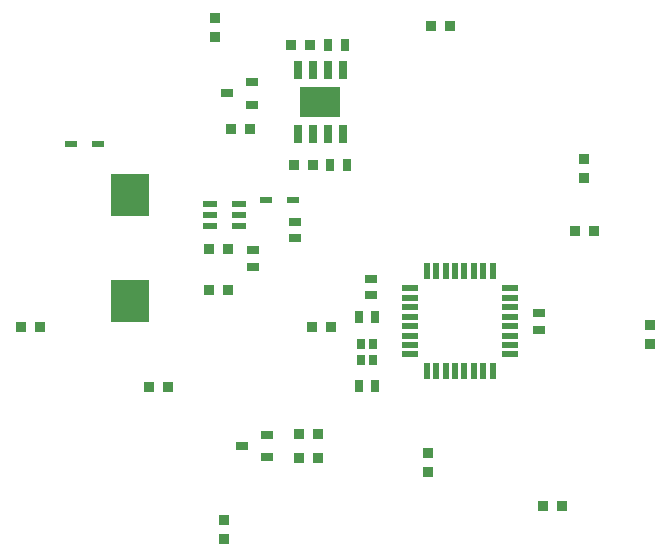
<source format=gtp>
G04 Layer_Color=8421504*
%FSLAX24Y24*%
%MOIN*%
G70*
G01*
G75*
%ADD10R,0.0390X0.0307*%
%ADD11R,0.0354X0.0374*%
%ADD12R,0.0374X0.0354*%
%ADD13R,0.0433X0.0256*%
%ADD14R,0.0307X0.0390*%
%ADD15R,0.1339X0.0989*%
%ADD16R,0.0276X0.0600*%
%ADD17R,0.0433X0.0197*%
%ADD18R,0.0295X0.0335*%
%ADD19R,0.0581X0.0236*%
%ADD20R,0.0236X0.0581*%
%ADD21R,0.0472X0.0236*%
%ADD22R,0.1260X0.1398*%
D10*
X6950Y-1024D02*
D03*
Y-1576D02*
D03*
X1350Y126D02*
D03*
Y-426D02*
D03*
X-1200Y2026D02*
D03*
Y1474D02*
D03*
X-2600Y1076D02*
D03*
Y524D02*
D03*
D11*
X15Y-1500D02*
D03*
X-615D02*
D03*
X7085Y-7450D02*
D03*
X7715D02*
D03*
X-1315Y7900D02*
D03*
X-685D02*
D03*
X-1215Y3900D02*
D03*
X-585D02*
D03*
X-9685Y-1500D02*
D03*
X-10315D02*
D03*
X-1065Y-5850D02*
D03*
X-435D02*
D03*
X-1065Y-5050D02*
D03*
X-435D02*
D03*
X-3315Y5100D02*
D03*
X-2685D02*
D03*
X8135Y1700D02*
D03*
X8765D02*
D03*
X3965Y8550D02*
D03*
X3335D02*
D03*
X-3435Y1100D02*
D03*
X-4065D02*
D03*
Y-250D02*
D03*
X-3435D02*
D03*
X-5435Y-3500D02*
D03*
X-6065D02*
D03*
D12*
X3250Y-5685D02*
D03*
Y-6315D02*
D03*
X-3850Y8185D02*
D03*
Y8815D02*
D03*
X8450Y3485D02*
D03*
Y4115D02*
D03*
X-3550Y-7935D02*
D03*
Y-8565D02*
D03*
X10650Y-1435D02*
D03*
Y-2065D02*
D03*
D13*
X-3463Y6300D02*
D03*
X-2637Y6678D02*
D03*
Y5922D02*
D03*
X-2963Y-5450D02*
D03*
X-2137Y-5072D02*
D03*
Y-5828D02*
D03*
D14*
X476Y7900D02*
D03*
X-76D02*
D03*
X526Y3900D02*
D03*
X-26D02*
D03*
X1482Y-1150D02*
D03*
X931D02*
D03*
X1482Y-3450D02*
D03*
X931D02*
D03*
D15*
X-350Y6000D02*
D03*
D16*
X-1100Y7068D02*
D03*
X-600D02*
D03*
X-100D02*
D03*
X400D02*
D03*
Y4932D02*
D03*
X-100D02*
D03*
X-600D02*
D03*
X-1100D02*
D03*
D17*
X-2150Y2750D02*
D03*
X-1244D02*
D03*
X-7747Y4600D02*
D03*
X-8653D02*
D03*
D18*
X1413Y-2050D02*
D03*
Y-2582D02*
D03*
X1000D02*
D03*
Y-2050D02*
D03*
D19*
X2632Y-198D02*
D03*
Y-513D02*
D03*
Y-828D02*
D03*
Y-1143D02*
D03*
Y-1457D02*
D03*
Y-1772D02*
D03*
Y-2087D02*
D03*
Y-2402D02*
D03*
X5968D02*
D03*
Y-2087D02*
D03*
Y-1772D02*
D03*
Y-1457D02*
D03*
Y-1143D02*
D03*
Y-828D02*
D03*
Y-513D02*
D03*
Y-198D02*
D03*
D20*
X3198Y-2968D02*
D03*
X3513D02*
D03*
X3828D02*
D03*
X4143D02*
D03*
X4457D02*
D03*
X4772D02*
D03*
X5087D02*
D03*
X5402D02*
D03*
Y369D02*
D03*
X5087D02*
D03*
X4772D02*
D03*
X4457D02*
D03*
X4143D02*
D03*
X3828D02*
D03*
X3513D02*
D03*
X3198D02*
D03*
D21*
X-3058Y2624D02*
D03*
Y2250D02*
D03*
Y1876D02*
D03*
X-4042D02*
D03*
Y2250D02*
D03*
Y2624D02*
D03*
D22*
X-6700Y-622D02*
D03*
Y2922D02*
D03*
M02*

</source>
